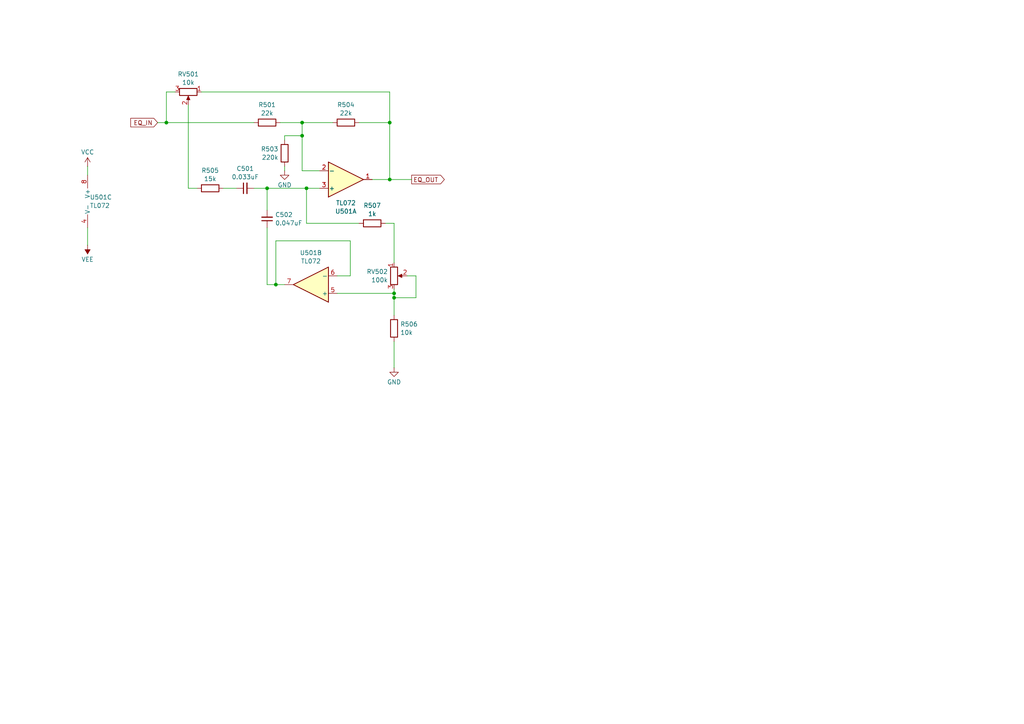
<source format=kicad_sch>
(kicad_sch (version 20231120) (generator "eeschema") (generator_version "8.0")
  (paper "A4")
  (lib_symbols
    (symbol "Amplifier_Operational:TL072" (pin_names (offset 0.127))
      (property "Reference" "U" (at 0 5.08 0))
      (property "Value" "TL072" (at 0 -5.08 0))
      (symbol "TL072_1_1"
        (polyline (pts (xy -5.08 5.08) (xy 5.08 0) (xy -5.08 -5.08) (xy -5.08 5.08)) (stroke (width 0.254)) (fill (type background)))
        (pin output line (at 7.62 0 180) (length 2.54) (name "~") (number "1"))
        (pin input line (at -7.62 -2.54 0) (length 2.54) (name "-") (number "2"))
        (pin input line (at -7.62 2.54 0) (length 2.54) (name "+") (number "3"))
      )
      (symbol "TL072_2_1"
        (polyline (pts (xy -5.08 5.08) (xy 5.08 0) (xy -5.08 -5.08) (xy -5.08 5.08)) (stroke (width 0.254)) (fill (type background)))
        (pin input line (at -7.62 2.54 0) (length 2.54) (name "+") (number "5"))
        (pin input line (at -7.62 -2.54 0) (length 2.54) (name "-") (number "6"))
        (pin output line (at 7.62 0 180) (length 2.54) (name "~") (number "7"))
      )
      (symbol "TL072_3_1"
        (pin power_in line (at -2.54 -7.62 90) (length 3.81) (name "V-") (number "4"))
        (pin power_in line (at -2.54 7.62 270) (length 3.81) (name "V+") (number "8"))
      )
    )
    (symbol "Device:C_Small" (pin_numbers hide) (pin_names (offset 0.254) hide)
      (property "Reference" "C" (at 0.254 1.778 0))
      (property "Value" "C_Small" (at 0.254 -2.032 0))
      (symbol "C_Small_0_1"
        (polyline (pts (xy -1.524 -0.508) (xy 1.524 -0.508)) (stroke (width 0.3302)))
        (polyline (pts (xy -1.524 0.508) (xy 1.524 0.508)) (stroke (width 0.3048)))
      )
      (symbol "C_Small_1_1"
        (pin passive line (at 0 2.54 270) (length 2.032) (name "~") (number "1"))
        (pin passive line (at 0 -2.54 90) (length 2.032) (name "~") (number "2"))
      )
    )
    (symbol "Device:R" (pin_numbers hide) (pin_names (offset 0))
      (property "Reference" "R" (at 2.032 0 90))
      (property "Value" "R" (at 0 0 90))
      (symbol "R_0_1"
        (rectangle (start -1.016 -2.54) (end 1.016 2.54) (stroke (width 0.254)))
      )
      (symbol "R_1_1"
        (pin passive line (at 0 3.81 270) (length 1.27) (name "~") (number "1"))
        (pin passive line (at 0 -3.81 90) (length 1.27) (name "~") (number "2"))
      )
    )
    (symbol "Device:R_Potentiometer" (pin_names (offset 1.016) hide)
      (property "Reference" "RV" (at -4.445 0 90))
      (property "Value" "R_Potentiometer" (at -2.54 0 90))
      (symbol "R_Potentiometer_0_1"
        (polyline (pts (xy 2.54 0) (xy 1.524 0)))
        (polyline (pts (xy 1.143 0) (xy 2.286 0.508) (xy 2.286 -0.508) (xy 1.143 0)) (fill (type outline)))
        (rectangle (start 1.016 2.54) (end -1.016 -2.54) (stroke (width 0.254)))
      )
      (symbol "R_Potentiometer_1_1"
        (pin passive line (at 0 3.81 270) (length 1.27) (name "1") (number "1"))
        (pin passive line (at 3.81 0 180) (length 1.27) (name "2") (number "2"))
        (pin passive line (at 0 -3.81 90) (length 1.27) (name "3") (number "3"))
      )
    )
    (symbol "power:GND" (power) (pin_numbers hide) (pin_names (offset 0) hide)
      (property "Value" "GND" (at 0 -3.81 0))
      (symbol "GND_0_1"
        (polyline (pts (xy 0 0) (xy 0 -1.27) (xy 1.27 -1.27) (xy 0 -2.54) (xy -1.27 -1.27) (xy 0 -1.27)))
      )
      (symbol "GND_1_1"
        (pin power_in line (at 0 0 270) (length 0) (name "~") (number "1"))
      )
    )
    (symbol "power:VCC" (power) (pin_numbers hide) (pin_names (offset 0) hide)
      (property "Value" "VCC" (at 0 3.556 0))
      (symbol "VCC_0_1"
        (polyline (pts (xy -0.762 1.27) (xy 0 2.54)))
        (polyline (pts (xy 0 0) (xy 0 2.54)))
        (polyline (pts (xy 0 2.54) (xy 0.762 1.27)))
      )
      (symbol "VCC_1_1"
        (pin power_in line (at 0 0 90) (length 0) (name "~") (number "1"))
      )
    )
    (symbol "power:VEE" (power) (pin_numbers hide) (pin_names (offset 0) hide)
      (property "Value" "VEE" (at 0 3.556 0))
      (symbol "VEE_0_1"
        (polyline (pts (xy 0 0) (xy 0 2.54)))
        (polyline (pts (xy 0.762 1.27) (xy -0.762 1.27) (xy 0 2.54) (xy 0.762 1.27)) (fill (type outline)))
      )
      (symbol "VEE_1_1"
        (pin power_in line (at 0 0 90) (length 0) (name "~") (number "1"))
      )
    )
  )
  (junction (at 113.03 35.56))
  (junction (at 113.03 52.07))
  (junction (at 114.3 86.36))
  (junction (at 80.01 82.55))
  (junction (at 88.9 54.61))
  (junction (at 87.63 39.37))
  (junction (at 48.26 35.56))
  (junction (at 87.63 35.56))
  (junction (at 114.3 85.09))
  (junction (at 77.47 54.61))
  (wire (pts (xy 64.77 54.61) (xy 68.58 54.61)))
  (wire (pts (xy 82.55 40.64) (xy 82.55 39.37)))
  (wire (pts (xy 104.14 35.56) (xy 113.03 35.56)))
  (wire (pts (xy 73.66 54.61) (xy 77.47 54.61)))
  (wire (pts (xy 48.26 35.56) (xy 73.66 35.56)))
  (wire (pts (xy 118.11 80.01) (xy 120.65 80.01)))
  (wire (pts (xy 114.3 86.36) (xy 114.3 85.09)))
  (wire (pts (xy 80.01 69.85) (xy 80.01 82.55)))
  (wire (pts (xy 54.61 54.61) (xy 57.15 54.61)))
  (wire (pts (xy 25.4 71.12) (xy 25.4 66.04)))
  (wire (pts (xy 54.61 30.48) (xy 54.61 54.61)))
  (wire (pts (xy 88.9 54.61) (xy 88.9 64.77)))
  (wire (pts (xy 25.4 48.26) (xy 25.4 50.8)))
  (wire (pts (xy 114.3 64.77) (xy 111.76 64.77)))
  (wire (pts (xy 48.26 26.67) (xy 48.26 35.56)))
  (wire (pts (xy 101.6 80.01) (xy 101.6 69.85)))
  (wire (pts (xy 120.65 80.01) (xy 120.65 86.36)))
  (wire (pts (xy 113.03 52.07) (xy 119.38 52.07)))
  (wire (pts (xy 113.03 35.56) (xy 113.03 52.07)))
  (wire (pts (xy 114.3 86.36) (xy 114.3 91.44)))
  (wire (pts (xy 113.03 26.67) (xy 113.03 35.56)))
  (wire (pts (xy 81.28 35.56) (xy 87.63 35.56)))
  (wire (pts (xy 77.47 54.61) (xy 77.47 60.96)))
  (wire (pts (xy 114.3 106.68) (xy 114.3 99.06)))
  (wire (pts (xy 58.42 26.67) (xy 113.03 26.67)))
  (wire (pts (xy 120.65 86.36) (xy 114.3 86.36)))
  (wire (pts (xy 82.55 39.37) (xy 87.63 39.37)))
  (wire (pts (xy 45.72 35.56) (xy 48.26 35.56)))
  (wire (pts (xy 101.6 69.85) (xy 80.01 69.85)))
  (wire (pts (xy 97.79 85.09) (xy 114.3 85.09)))
  (wire (pts (xy 114.3 76.2) (xy 114.3 64.77)))
  (wire (pts (xy 114.3 85.09) (xy 114.3 83.82)))
  (wire (pts (xy 88.9 64.77) (xy 104.14 64.77)))
  (wire (pts (xy 82.55 49.53) (xy 82.55 48.26)))
  (wire (pts (xy 87.63 39.37) (xy 87.63 49.53)))
  (wire (pts (xy 77.47 82.55) (xy 80.01 82.55)))
  (wire (pts (xy 87.63 35.56) (xy 87.63 39.37)))
  (wire (pts (xy 80.01 82.55) (xy 82.55 82.55)))
  (wire (pts (xy 87.63 49.53) (xy 92.71 49.53)))
  (wire (pts (xy 77.47 66.04) (xy 77.47 82.55)))
  (wire (pts (xy 107.95 52.07) (xy 113.03 52.07)))
  (wire (pts (xy 77.47 54.61) (xy 88.9 54.61)))
  (wire (pts (xy 87.63 35.56) (xy 96.52 35.56)))
  (wire (pts (xy 88.9 54.61) (xy 92.71 54.61)))
  (wire (pts (xy 50.8 26.67) (xy 48.26 26.67)))
  (wire (pts (xy 97.79 80.01) (xy 101.6 80.01)))
  (global_label "EQ_IN" (shape input) (at 45.72 35.56 180) (property "Intersheetrefs" "${INTERSHEET_REFS}" (effects (hide yes))))
  (global_label "EQ_OUT" (shape output) (at 119.38 52.07 0) (property "Intersheetrefs" "${INTERSHEET_REFS}" (effects (hide yes))))
  (symbol (lib_id "Device:R") (at 82.55 44.45 180) (unit 1)
    (property "Reference" "R503" (at 80.7721 43.2378 0) (effects (justify left)))
    (property "Value" "220k" (at 80.7721 45.6621 0) (effects (justify left)))
    (property "Footprint" "Resistor_THT:R_Axial_DIN0207_L6.3mm_D2.5mm_P7.62mm_Horizontal" (effects (hide yes)))
    (property "Description" "Resistor" (effects (hide yes)))
    (property "Source" "MOUSER: 603-MFR-25FBF52-220K" (effects (hide yes)))
  )
  (symbol (lib_id "Amplifier_Operational:TL072") (at 90.17 82.55 180) (unit 2)
    (property "Reference" "U501" (at 90.17 73.3255 0))
    (property "Value" "TL072" (at 90.17 75.7498 0))
    (property "Footprint" "Package_DIP:DIP-8_W7.62mm_LongPads" (effects (hide yes)))
    (property "Datasheet" "http://www.ti.com/lit/ds/symlink/tl071.pdf" (effects (hide yes)))
    (property "Description" "Dual Low-Noise JFET-Input Operational Amplifiers, DIP-8/SOIC-8" (effects (hide yes)))
    (property "Source" "MOUSER: 595-TL072CP" (effects (hide yes)))
  )
  (symbol (lib_id "Device:R") (at 77.47 35.56 90) (unit 1)
    (property "Reference" "R501" (at 77.47 30.3995 90))
    (property "Value" "22k" (at 77.47 32.8238 90))
    (property "Footprint" "Resistor_THT:R_Axial_DIN0207_L6.3mm_D2.5mm_P7.62mm_Horizontal" (effects (hide yes)))
    (property "Description" "Resistor" (effects (hide yes)))
    (property "Source" "MOUSER: 603-MFR-25FTF52-22K" (effects (hide yes)))
  )
  (symbol (lib_id "power:GND") (at 82.55 49.53 0) (unit 1)
    (property "Reference" "#PWR0501" (effects (hide yes)))
    (property "Value" "GND" (at 82.55 53.6631 0))
    (property "Description" "Power symbol creates a global label with name \"GND\" , ground" (effects (hide yes)))
  )
  (symbol (lib_id "Device:C_Small") (at 71.12 54.61 90) (unit 1)
    (property "Reference" "C501" (at 71.1263 48.9034 90))
    (property "Value" "0.033uF" (at 71.1263 51.3277 90))
    (property "Footprint" "Capacitor_THT:C_Disc_D5.0mm_W2.5mm_P2.50mm" (effects (hide yes)))
    (property "Datasheet" "FG14C0G1H333JNT06" (effects (hide yes)))
    (property "Description" "Unpolarized capacitor, small symbol" (effects (hide yes)))
    (property "PartNo." "FG14C0G1H333JNT06" (effects (hide yes)))
    (property "Source" "MOUSER: 810-FG14C0G1H333JNT6 " (effects (hide yes)))
  )
  (symbol (lib_id "Device:C_Small") (at 77.47 63.5 180) (unit 1)
    (property "Reference" "C502" (at 79.7941 62.2814 0) (effects (justify right)))
    (property "Value" "0.047uF" (at 79.7941 64.7057 0) (effects (justify right)))
    (property "Footprint" "Capacitor_THT:C_Disc_D5.0mm_W2.5mm_P2.50mm" (effects (hide yes)))
    (property "Datasheet" "FG18X7R1H473KNT06" (effects (hide yes)))
    (property "Description" "Unpolarized capacitor, small symbol" (effects (hide yes)))
    (property "Source" "MOUSER: 810-FG18X7R1H473KNT6 " (effects (hide yes)))
  )
  (symbol (lib_id "Device:R") (at 114.3 95.25 180) (unit 1)
    (property "Reference" "R506" (at 116.078 94.0378 0) (effects (justify right)))
    (property "Value" "10k" (at 116.078 96.4621 0) (effects (justify right)))
    (property "Footprint" "Resistor_THT:R_Axial_DIN0207_L6.3mm_D2.5mm_P7.62mm_Horizontal" (effects (hide yes)))
    (property "Description" "Resistor" (effects (hide yes)))
    (property "Source" "MOUSER: 603-MFR-25FTF52-10K" (effects (hide yes)))
  )
  (symbol (lib_id "power:GND") (at 114.3 106.68 0) (unit 1)
    (property "Reference" "#PWR0502" (effects (hide yes)))
    (property "Value" "GND" (at 114.3 110.8131 0))
    (property "Description" "Power symbol creates a global label with name \"GND\" , ground" (effects (hide yes)))
  )
  (symbol (lib_id "Device:R") (at 100.33 35.56 90) (unit 1)
    (property "Reference" "R504" (at 100.33 30.3995 90))
    (property "Value" "22k" (at 100.33 32.8238 90))
    (property "Footprint" "Resistor_THT:R_Axial_DIN0207_L6.3mm_D2.5mm_P7.62mm_Horizontal" (effects (hide yes)))
    (property "Description" "Resistor" (effects (hide yes)))
    (property "Source" "MOUSER: 603-MFR-25FTF52-22K" (effects (hide yes)))
  )
  (symbol (lib_id "Device:R_Potentiometer") (at 54.61 26.67 270) (unit 1)
    (property "Reference" "RV501" (at 54.61 21.5095 90))
    (property "Value" "10k" (at 54.61 23.9338 90))
    (property "Footprint" "Connector_JST:JST_XH_B3B-XH-A_1x03_P2.50mm_Vertical" (effects (hide yes)))
    (property "Description" "Potentiometer" (effects (hide yes)))
    (property "Source" "MOUSER: 306-B3BXHALFSNP" (effects (hide yes)))
  )
  (symbol (lib_id "Amplifier_Operational:TL072") (at 27.94 58.42 0) (unit 3)
    (property "Reference" "U501" (at 26.035 57.2078 0) (effects (justify left)))
    (property "Value" "TL072" (at 26.035 59.6321 0) (effects (justify left)))
    (property "Footprint" "Package_DIP:DIP-8_W7.62mm_LongPads" (effects (hide yes)))
    (property "Datasheet" "http://www.ti.com/lit/ds/symlink/tl071.pdf" (effects (hide yes)))
    (property "Description" "Dual Low-Noise JFET-Input Operational Amplifiers, DIP-8/SOIC-8" (effects (hide yes)))
    (property "Source" "MOUSER: 595-TL072CP" (effects (hide yes)))
  )
  (symbol (lib_id "Device:R") (at 107.95 64.77 270) (unit 1)
    (property "Reference" "R507" (at 107.95 59.6095 90))
    (property "Value" "1k" (at 107.95 62.0338 90))
    (property "Footprint" "Resistor_THT:R_Axial_DIN0207_L6.3mm_D2.5mm_P7.62mm_Horizontal" (effects (hide yes)))
    (property "Description" "Resistor" (effects (hide yes)))
    (property "Source" "MOUSER: 603-MFR-25FBF52-1K" (effects (hide yes)))
  )
  (symbol (lib_id "Amplifier_Operational:TL072") (at 100.33 52.07 0) (mirror x) (unit 1)
    (property "Reference" "U501" (at 100.33 61.2945 0))
    (property "Value" "TL072" (at 100.33 58.8702 0))
    (property "Footprint" "Package_DIP:DIP-8_W7.62mm_LongPads" (effects (hide yes)))
    (property "Datasheet" "http://www.ti.com/lit/ds/symlink/tl071.pdf" (effects (hide yes)))
    (property "Description" "Dual Low-Noise JFET-Input Operational Amplifiers, DIP-8/SOIC-8" (effects (hide yes)))
    (property "Source" "MOUSER: 595-TL072CP" (effects (hide yes)))
  )
  (symbol (lib_id "power:VEE") (at 25.4 71.12 180) (unit 1)
    (property "Reference" "#PWR0504" (effects (hide yes)))
    (property "Value" "VEE" (at 25.4 75.2531 0))
    (property "Description" "Power symbol creates a global label with name \"VEE\"" (effects (hide yes)))
  )
  (symbol (lib_id "Device:R") (at 60.96 54.61 90) (unit 1)
    (property "Reference" "R505" (at 60.96 49.4495 90))
    (property "Value" "15k" (at 60.96 51.8738 90))
    (property "Footprint" "Resistor_THT:R_Axial_DIN0207_L6.3mm_D2.5mm_P7.62mm_Horizontal" (effects (hide yes)))
    (property "Description" "Resistor" (effects (hide yes)))
    (property "Source" "MOUSER: 603-MFR-25FRF5215K" (effects (hide yes)))
  )
  (symbol (lib_id "Device:R_Potentiometer") (at 114.3 80.01 0) (unit 1)
    (property "Reference" "RV502" (at 112.5221 78.7978 0) (effects (justify right)))
    (property "Value" "100k" (at 112.5221 81.2221 0) (effects (justify right)))
    (property "Footprint" "Connector_JST:JST_XH_B3B-XH-A_1x03_P2.50mm_Vertical" (effects (hide yes)))
    (property "Description" "Potentiometer" (effects (hide yes)))
    (property "Source" "MOUSER: 306-B3BXHALFSNP" (effects (hide yes)))
  )
  (symbol (lib_id "power:VCC") (at 25.4 48.26 0) (unit 1)
    (property "Reference" "#PWR0503" (effects (hide yes)))
    (property "Value" "VCC" (at 25.4 44.1269 0))
    (property "Description" "Power symbol creates a global label with name \"VCC\"" (effects (hide yes)))
  )
)
</source>
